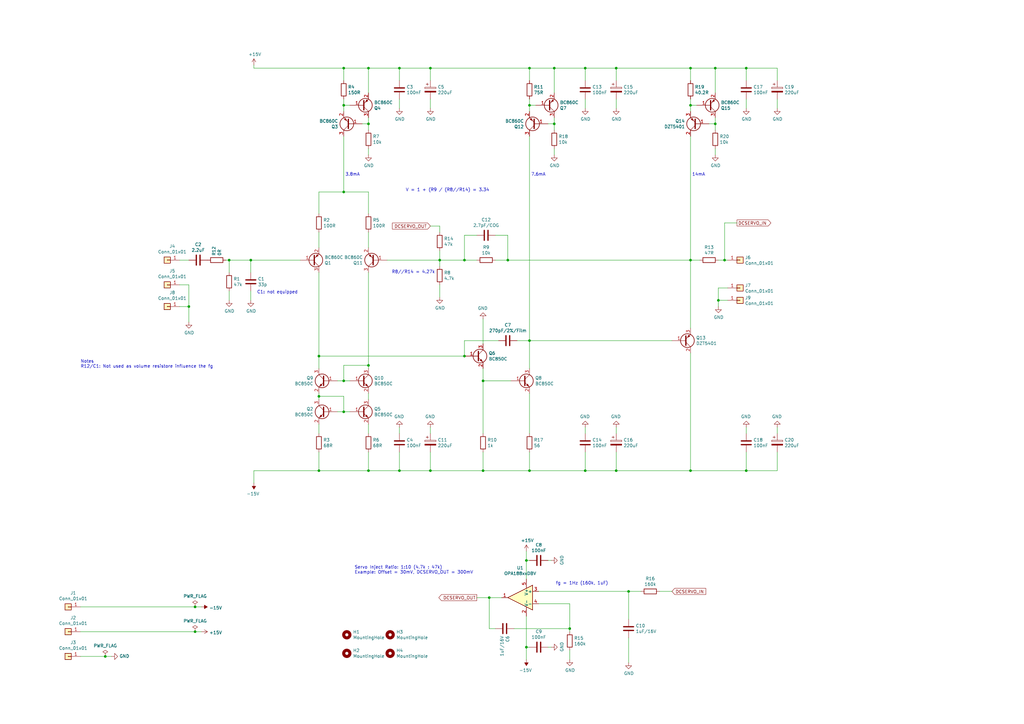
<source format=kicad_sch>
(kicad_sch (version 20211123) (generator eeschema)
  (paper "A3")
  (title_block (title "Discrete Pre-Amp") (date "2023-01-06") (rev "V9 BC850C/BC860C"))
  (lib_symbols
    (symbol "Amplifier_Operational:OPA188xxDBV" (pin_names (offset 0.127))
      (property "Reference" "U" (at 0 5.08 0))
      (property "Value" "OPA188xxDBV" (at 0 -5.08 0))
      (symbol "OPA188xxDBV_0_1"
        (polyline (pts (xy -5.08 5.08) (xy 5.08 0) (xy -5.08 -5.08) (xy -5.08 5.08)) (stroke (width 0.254)) (fill (type background)))
        (pin power_in line (at -2.54 -7.62 90) (length 3.81) (name "V-") (number "2"))
        (pin power_in line (at -2.54 7.62 270) (length 3.81) (name "V+") (number "5"))
      )
      (symbol "OPA188xxDBV_1_1"
        (pin output line (at 7.62 0 180) (length 2.54) (name "~") (number "1"))
        (pin input line (at -7.62 2.54 0) (length 2.54) (name "+") (number "3"))
        (pin input line (at -7.62 -2.54 0) (length 2.54) (name "-") (number "4"))
      )
    )
    (symbol "Connector_Generic:Conn_01x01" (pin_names (offset 1.016) hide)
      (property "Reference" "J" (at 0 2.54 0))
      (property "Value" "Conn_01x01" (at 0 -2.54 0))
      (symbol "Conn_01x01_1_1"
        (rectangle (start -1.27 0.127) (end 0 -0.127) (stroke (width 0.1524)))
        (rectangle (start -1.27 1.27) (end 1.27 -1.27) (stroke (width 0.254)) (fill (type background)))
        (pin passive line (at -5.08 0 0) (length 3.81) (name "Pin_1") (number "1"))
      )
    )
    (symbol "Device:C" (pin_numbers hide) (pin_names (offset 0.254))
      (property "Reference" "C" (at 0.635 2.54 0))
      (property "Value" "C" (at 0.635 -2.54 0))
      (symbol "C_0_1"
        (polyline (pts (xy -2.032 -0.762) (xy 2.032 -0.762)) (stroke (width 0.508)))
        (polyline (pts (xy -2.032 0.762) (xy 2.032 0.762)) (stroke (width 0.508)))
      )
      (symbol "C_1_1"
        (pin passive line (at 0 3.81 270) (length 2.794) (name "~") (number "1"))
        (pin passive line (at 0 -3.81 90) (length 2.794) (name "~") (number "2"))
      )
    )
    (symbol "Device:C_Polarized" (pin_numbers hide) (pin_names (offset 0.254))
      (property "Reference" "C" (at 0.635 2.54 0))
      (property "Value" "C_Polarized" (at 0.635 -2.54 0))
      (symbol "C_Polarized_0_1"
        (rectangle (start -2.286 0.508) (end 2.286 1.016))
        (polyline (pts (xy -1.778 2.286) (xy -0.762 2.286)))
        (polyline (pts (xy -1.27 2.794) (xy -1.27 1.778)))
        (rectangle (start 2.286 -0.508) (end -2.286 -1.016) (fill (type outline)))
      )
      (symbol "C_Polarized_1_1"
        (pin passive line (at 0 3.81 270) (length 2.794) (name "~") (number "1"))
        (pin passive line (at 0 -3.81 90) (length 2.794) (name "~") (number "2"))
      )
    )
    (symbol "Device:R" (pin_numbers hide) (pin_names (offset 0))
      (property "Reference" "R" (at 2.032 0 90))
      (property "Value" "R" (at 0 0 90))
      (symbol "R_0_1"
        (rectangle (start -1.016 -2.54) (end 1.016 2.54) (stroke (width 0.254)))
      )
      (symbol "R_1_1"
        (pin passive line (at 0 3.81 270) (length 1.27) (name "~") (number "1"))
        (pin passive line (at 0 -3.81 90) (length 1.27) (name "~") (number "2"))
      )
    )
    (symbol "Mechanical:MountingHole" (pin_names (offset 1.016))
      (property "Reference" "H" (at 0 5.08 0))
      (property "Value" "MountingHole" (at 0 3.175 0))
      (symbol "MountingHole_0_1"
        (circle (center 0 0) (radius 1.27) (stroke (width 1.27)))
      )
    )
    (symbol "Transistor_BJT:BC850" (pin_names (offset 0) hide)
      (property "Reference" "Q" (at 5.08 1.905 0))
      (property "Value" "BC850" (at 5.08 0 0))
      (symbol "BC850_0_1"
        (polyline (pts (xy 0.635 0.635) (xy 2.54 2.54)))
        (polyline (pts (xy 0.635 -0.635) (xy 2.54 -2.54) (xy 2.54 -2.54)))
        (polyline (pts (xy 0.635 1.905) (xy 0.635 -1.905) (xy 0.635 -1.905)) (stroke (width 0.508)))
        (polyline (pts (xy 1.27 -1.778) (xy 1.778 -1.27) (xy 2.286 -2.286) (xy 1.27 -1.778) (xy 1.27 -1.778)) (fill (type outline)))
        (circle (center 1.27 0) (radius 2.8194) (stroke (width 0.254)))
      )
      (symbol "BC850_1_1"
        (pin input line (at -5.08 0 0) (length 5.715) (name "B") (number "1"))
        (pin passive line (at 2.54 -5.08 90) (length 2.54) (name "E") (number "2"))
        (pin passive line (at 2.54 5.08 270) (length 2.54) (name "C") (number "3"))
      )
    )
    (symbol "Transistor_BJT:BC860" (pin_names (offset 0) hide)
      (property "Reference" "Q" (at 5.08 1.905 0))
      (property "Value" "BC860" (at 5.08 0 0))
      (symbol "BC860_0_1"
        (polyline (pts (xy 0.635 0.635) (xy 2.54 2.54)))
        (polyline (pts (xy 0.635 -0.635) (xy 2.54 -2.54) (xy 2.54 -2.54)))
        (polyline (pts (xy 0.635 1.905) (xy 0.635 -1.905) (xy 0.635 -1.905)) (stroke (width 0.508)))
        (polyline (pts (xy 2.286 -1.778) (xy 1.778 -2.286) (xy 1.27 -1.27) (xy 2.286 -1.778) (xy 2.286 -1.778)) (fill (type outline)))
        (circle (center 1.27 0) (radius 2.8194) (stroke (width 0.254)))
      )
      (symbol "BC860_1_1"
        (pin input line (at -5.08 0 0) (length 5.715) (name "B") (number "1"))
        (pin passive line (at 2.54 -5.08 90) (length 2.54) (name "E") (number "2"))
        (pin passive line (at 2.54 5.08 270) (length 2.54) (name "C") (number "3"))
      )
    )
    (symbol "kicad-snk:DZT5401" (pin_names (offset 0) hide)
      (property "Reference" "Q" (at 5.08 1.905 0))
      (property "Value" "kicad-snk_DZT5401" (at 5.08 0 0))
      (symbol "DZT5401_0_1"
        (polyline (pts (xy 0.635 0.635) (xy 2.54 2.54)))
        (polyline (pts (xy 0.635 -0.635) (xy 2.54 -2.54) (xy 2.54 -2.54)))
        (polyline (pts (xy 0.635 1.905) (xy 0.635 -1.905) (xy 0.635 -1.905)) (stroke (width 0.508)))
        (polyline (pts (xy 2.286 -1.778) (xy 1.778 -2.286) (xy 1.27 -1.27) (xy 2.286 -1.778) (xy 2.286 -1.778)) (fill (type outline)))
        (circle (center 1.27 0) (radius 2.8194) (stroke (width 0.254)))
      )
      (symbol "DZT5401_1_1"
        (pin input line (at -5.08 0 0) (length 5.715) (name "B") (number "1"))
        (pin passive line (at 2.54 5.08 270) (length 2.54) (name "C") (number "2"))
        (pin passive line (at 2.54 -5.08 90) (length 2.54) (name "E") (number "3"))
      )
    )
    (symbol "power:+15V" (power) (pin_names (offset 0))
      (property "Value" "+15V" (at 0 3.556 0))
      (symbol "+15V_0_1"
        (polyline (pts (xy -0.762 1.27) (xy 0 2.54)))
        (polyline (pts (xy 0 0) (xy 0 2.54)))
        (polyline (pts (xy 0 2.54) (xy 0.762 1.27)))
      )
      (symbol "+15V_1_1"
        (pin power_in line (at 0 0 90) (length 0) hide (name "+15V") (number "1"))
      )
    )
    (symbol "power:-15V" (power) (pin_names (offset 0))
      (property "Value" "-15V" (at 0 3.81 0))
      (symbol "-15V_0_0"
        (pin power_in line (at 0 0 90) (length 0) hide (name "-15V") (number "1"))
      )
      (symbol "-15V_0_1"
        (polyline (pts (xy 0 0) (xy 0 1.27) (xy 0.762 1.27) (xy 0 2.54) (xy -0.762 1.27) (xy 0 1.27)) (fill (type outline)))
      )
    )
    (symbol "power:GND" (power) (pin_names (offset 0))
      (property "Value" "GND" (at 0 -3.81 0))
      (symbol "GND_0_1"
        (polyline (pts (xy 0 0) (xy 0 -1.27) (xy 1.27 -1.27) (xy 0 -2.54) (xy -1.27 -1.27) (xy 0 -1.27)))
      )
      (symbol "GND_1_1"
        (pin power_in line (at 0 0 270) (length 0) hide (name "GND") (number "1"))
      )
    )
    (symbol "power:PWR_FLAG" (power) (pin_numbers hide) (pin_names (offset 0) hide)
      (property "Value" "PWR_FLAG" (at 0 3.81 0))
      (symbol "PWR_FLAG_0_0"
        (pin power_out line (at 0 0 90) (length 0) (name "pwr") (number "1"))
      )
      (symbol "PWR_FLAG_0_1"
        (polyline (pts (xy 0 0) (xy 0 1.27) (xy -1.016 1.905) (xy 0 2.54) (xy 1.016 1.905) (xy 0 1.27)))
      )
    )
  )
  (junction (at 140.97 43.18))
  (junction (at 163.83 193.04))
  (junction (at 140.97 168.91))
  (junction (at 80.01 248.92))
  (junction (at 140.97 156.21))
  (junction (at 227.33 27.94))
  (junction (at 151.13 149.86))
  (junction (at 80.01 259.08))
  (junction (at 294.64 123.19))
  (junction (at 227.33 50.8))
  (junction (at 293.37 50.8))
  (junction (at 102.87 106.68))
  (junction (at 130.81 162.56))
  (junction (at 93.98 106.68))
  (junction (at 198.12 156.21))
  (junction (at 297.18 106.68))
  (junction (at 140.97 27.94))
  (junction (at 176.53 27.94))
  (junction (at 283.21 106.68))
  (junction (at 217.17 193.04))
  (junction (at 198.12 193.04))
  (junction (at 240.03 193.04))
  (junction (at 293.37 27.94))
  (junction (at 151.13 193.04))
  (junction (at 217.17 139.7))
  (junction (at 163.83 27.94))
  (junction (at 190.5 106.68))
  (junction (at 252.73 193.04))
  (junction (at 240.03 27.94))
  (junction (at 208.28 106.68))
  (junction (at 215.9 265.43))
  (junction (at 130.81 193.04))
  (junction (at 215.9 229.87))
  (junction (at 77.47 125.73))
  (junction (at 233.68 257.81))
  (junction (at 151.13 27.94))
  (junction (at 283.21 27.94))
  (junction (at 140.97 78.74))
  (junction (at 130.81 146.05))
  (junction (at 43.18 269.24))
  (junction (at 151.13 50.8))
  (junction (at 257.81 242.57))
  (junction (at 217.17 27.94))
  (junction (at 200.66 245.11))
  (junction (at 306.07 193.04))
  (junction (at 176.53 193.04))
  (junction (at 190.5 146.05))
  (junction (at 217.17 43.18))
  (junction (at 252.73 27.94))
  (junction (at 306.07 27.94))
  (junction (at 283.21 193.04))
  (junction (at 283.21 43.18))
  (junction (at 180.34 106.68))
  (wire (pts (xy 298.45 106.68) (xy 297.18 106.68)))
  (wire (pts (xy 33.02 259.08) (xy 80.01 259.08)))
  (wire (pts (xy 190.5 139.7) (xy 204.47 139.7)))
  (wire (pts (xy 77.47 116.84) (xy 77.47 125.73)))
  (wire (pts (xy 302.26 91.44) (xy 297.18 91.44)))
  (wire (pts (xy 212.09 139.7) (xy 217.17 139.7)))
  (wire (pts (xy 233.68 266.7) (xy 233.68 270.51)))
  (wire (pts (xy 190.5 96.52) (xy 190.5 106.68)))
  (wire (pts (xy 252.73 177.8) (xy 252.73 175.26)))
  (wire (pts (xy 203.2 257.81) (xy 200.66 257.81)))
  (wire (pts (xy 217.17 185.42) (xy 217.17 193.04)))
  (wire (pts (xy 163.83 27.94) (xy 176.53 27.94)))
  (wire (pts (xy 176.53 40.64) (xy 176.53 44.45)))
  (wire (pts (xy 130.81 193.04) (xy 130.81 185.42)))
  (wire (pts (xy 130.81 146.05) (xy 130.81 151.13)))
  (wire (pts (xy 283.21 55.88) (xy 283.21 106.68)))
  (wire (pts (xy 298.45 118.11) (xy 294.64 118.11)))
  (wire (pts (xy 227.33 60.96) (xy 227.33 63.5)))
  (wire (pts (xy 198.12 151.13) (xy 198.12 156.21)))
  (wire (pts (xy 104.14 27.94) (xy 140.97 27.94)))
  (wire (pts (xy 240.03 193.04) (xy 240.03 185.42)))
  (wire (pts (xy 227.33 27.94) (xy 240.03 27.94)))
  (wire (pts (xy 73.66 125.73) (xy 77.47 125.73)))
  (wire (pts (xy 217.17 229.87) (xy 215.9 229.87)))
  (wire (pts (xy 233.68 259.08) (xy 233.68 257.81)))
  (wire (pts (xy 195.58 245.11) (xy 200.66 245.11)))
  (wire (pts (xy 217.17 27.94) (xy 217.17 33.02)))
  (wire (pts (xy 217.17 43.18) (xy 219.71 43.18)))
  (wire (pts (xy 252.73 33.02) (xy 252.73 27.94)))
  (wire (pts (xy 151.13 193.04) (xy 130.81 193.04)))
  (wire (pts (xy 140.97 78.74) (xy 130.81 78.74)))
  (wire (pts (xy 217.17 27.94) (xy 227.33 27.94)))
  (wire (pts (xy 293.37 27.94) (xy 293.37 38.1)))
  (wire (pts (xy 138.43 168.91) (xy 140.97 168.91)))
  (wire (pts (xy 198.12 193.04) (xy 217.17 193.04)))
  (wire (pts (xy 151.13 78.74) (xy 140.97 78.74)))
  (wire (pts (xy 270.51 242.57) (xy 275.59 242.57)))
  (wire (pts (xy 240.03 27.94) (xy 252.73 27.94)))
  (wire (pts (xy 130.81 177.8) (xy 130.81 173.99)))
  (wire (pts (xy 220.98 242.57) (xy 257.81 242.57)))
  (wire (pts (xy 293.37 27.94) (xy 306.07 27.94)))
  (wire (pts (xy 140.97 27.94) (xy 151.13 27.94)))
  (wire (pts (xy 180.34 106.68) (xy 190.5 106.68)))
  (wire (pts (xy 138.43 156.21) (xy 140.97 156.21)))
  (wire (pts (xy 151.13 27.94) (xy 151.13 38.1)))
  (wire (pts (xy 210.82 257.81) (xy 233.68 257.81)))
  (wire (pts (xy 240.03 177.8) (xy 240.03 175.26)))
  (wire (pts (xy 140.97 156.21) (xy 143.51 156.21)))
  (wire (pts (xy 104.14 198.12) (xy 104.14 193.04)))
  (wire (pts (xy 102.87 111.76) (xy 102.87 106.68)))
  (wire (pts (xy 293.37 60.96) (xy 293.37 63.5)))
  (wire (pts (xy 140.97 43.18) (xy 140.97 45.72)))
  (wire (pts (xy 73.66 106.68) (xy 77.47 106.68)))
  (wire (pts (xy 151.13 87.63) (xy 151.13 78.74)))
  (wire (pts (xy 290.83 50.8) (xy 293.37 50.8)))
  (wire (pts (xy 283.21 27.94) (xy 283.21 33.02)))
  (wire (pts (xy 158.75 106.68) (xy 180.34 106.68)))
  (wire (pts (xy 77.47 116.84) (xy 73.66 116.84)))
  (wire (pts (xy 140.97 43.18) (xy 143.51 43.18)))
  (wire (pts (xy 151.13 161.29) (xy 151.13 163.83)))
  (wire (pts (xy 163.83 193.04) (xy 176.53 193.04)))
  (wire (pts (xy 227.33 48.26) (xy 227.33 50.8)))
  (wire (pts (xy 306.07 177.8) (xy 306.07 175.26)))
  (wire (pts (xy 217.17 193.04) (xy 240.03 193.04)))
  (wire (pts (xy 130.81 162.56) (xy 140.97 162.56)))
  (wire (pts (xy 306.07 193.04) (xy 306.07 185.42)))
  (wire (pts (xy 209.55 156.21) (xy 198.12 156.21)))
  (wire (pts (xy 151.13 27.94) (xy 163.83 27.94)))
  (wire (pts (xy 217.17 151.13) (xy 217.17 139.7)))
  (wire (pts (xy 198.12 140.97) (xy 198.12 130.81)))
  (wire (pts (xy 176.53 193.04) (xy 176.53 185.42)))
  (wire (pts (xy 283.21 106.68) (xy 283.21 134.62)))
  (wire (pts (xy 215.9 265.43) (xy 215.9 270.51)))
  (wire (pts (xy 93.98 123.19) (xy 93.98 119.38)))
  (wire (pts (xy 151.13 149.86) (xy 151.13 151.13)))
  (wire (pts (xy 318.77 177.8) (xy 318.77 175.26)))
  (wire (pts (xy 318.77 40.64) (xy 318.77 44.45)))
  (wire (pts (xy 200.66 257.81) (xy 200.66 245.11)))
  (wire (pts (xy 151.13 193.04) (xy 163.83 193.04)))
  (wire (pts (xy 297.18 91.44) (xy 297.18 106.68)))
  (wire (pts (xy 227.33 50.8) (xy 227.33 53.34)))
  (wire (pts (xy 180.34 109.22) (xy 180.34 106.68)))
  (wire (pts (xy 163.83 33.02) (xy 163.83 27.94)))
  (wire (pts (xy 93.98 106.68) (xy 102.87 106.68)))
  (wire (pts (xy 130.81 78.74) (xy 130.81 87.63)))
  (wire (pts (xy 224.79 50.8) (xy 227.33 50.8)))
  (wire (pts (xy 283.21 193.04) (xy 306.07 193.04)))
  (wire (pts (xy 217.17 139.7) (xy 275.59 139.7)))
  (wire (pts (xy 318.77 27.94) (xy 306.07 27.94)))
  (wire (pts (xy 215.9 252.73) (xy 215.9 265.43)))
  (wire (pts (xy 252.73 193.04) (xy 240.03 193.04)))
  (wire (pts (xy 163.83 177.8) (xy 163.83 175.26)))
  (wire (pts (xy 140.97 40.64) (xy 140.97 43.18)))
  (wire (pts (xy 226.06 265.43) (xy 224.79 265.43)))
  (wire (pts (xy 226.06 229.87) (xy 224.79 229.87)))
  (wire (pts (xy 102.87 106.68) (xy 123.19 106.68)))
  (wire (pts (xy 240.03 33.02) (xy 240.03 27.94)))
  (wire (pts (xy 151.13 111.76) (xy 151.13 149.86)))
  (wire (pts (xy 190.5 96.52) (xy 195.58 96.52)))
  (wire (pts (xy 217.17 43.18) (xy 217.17 45.72)))
  (wire (pts (xy 180.34 95.25) (xy 180.34 92.71)))
  (wire (pts (xy 217.17 161.29) (xy 217.17 177.8)))
  (wire (pts (xy 306.07 33.02) (xy 306.07 27.94)))
  (wire (pts (xy 252.73 40.64) (xy 252.73 44.45)))
  (wire (pts (xy 287.02 106.68) (xy 283.21 106.68)))
  (wire (pts (xy 293.37 48.26) (xy 293.37 50.8)))
  (wire (pts (xy 198.12 156.21) (xy 198.12 177.8)))
  (wire (pts (xy 180.34 116.84) (xy 180.34 121.92)))
  (wire (pts (xy 318.77 33.02) (xy 318.77 27.94)))
  (wire (pts (xy 176.53 27.94) (xy 217.17 27.94)))
  (wire (pts (xy 198.12 185.42) (xy 198.12 193.04)))
  (wire (pts (xy 293.37 50.8) (xy 293.37 53.34)))
  (wire (pts (xy 140.97 162.56) (xy 140.97 168.91)))
  (wire (pts (xy 252.73 193.04) (xy 252.73 185.42)))
  (wire (pts (xy 298.45 123.19) (xy 294.64 123.19)))
  (wire (pts (xy 180.34 102.87) (xy 180.34 106.68)))
  (wire (pts (xy 140.97 27.94) (xy 140.97 33.02)))
  (wire (pts (xy 283.21 40.64) (xy 283.21 43.18)))
  (wire (pts (xy 163.83 193.04) (xy 163.83 185.42)))
  (wire (pts (xy 180.34 92.71) (xy 176.53 92.71)))
  (wire (pts (xy 43.18 269.24) (xy 45.72 269.24)))
  (wire (pts (xy 208.28 106.68) (xy 283.21 106.68)))
  (wire (pts (xy 283.21 144.78) (xy 283.21 193.04)))
  (wire (pts (xy 151.13 101.6) (xy 151.13 95.25)))
  (wire (pts (xy 102.87 123.19) (xy 102.87 119.38)))
  (wire (pts (xy 77.47 125.73) (xy 77.47 132.08)))
  (wire (pts (xy 130.81 101.6) (xy 130.81 95.25)))
  (wire (pts (xy 151.13 185.42) (xy 151.13 193.04)))
  (wire (pts (xy 318.77 193.04) (xy 306.07 193.04)))
  (wire (pts (xy 176.53 177.8) (xy 176.53 175.26)))
  (wire (pts (xy 233.68 257.81) (xy 233.68 247.65)))
  (wire (pts (xy 318.77 193.04) (xy 318.77 185.42)))
  (wire (pts (xy 104.14 27.94) (xy 104.14 26.67)))
  (wire (pts (xy 130.81 111.76) (xy 130.81 146.05)))
  (wire (pts (xy 151.13 50.8) (xy 151.13 53.34)))
  (wire (pts (xy 130.81 162.56) (xy 130.81 163.83)))
  (wire (pts (xy 217.17 55.88) (xy 217.17 139.7)))
  (wire (pts (xy 80.01 259.08) (xy 82.55 259.08)))
  (wire (pts (xy 252.73 27.94) (xy 283.21 27.94)))
  (wire (pts (xy 257.81 254) (xy 257.81 242.57)))
  (wire (pts (xy 306.07 44.45) (xy 306.07 40.64)))
  (wire (pts (xy 215.9 226.06) (xy 215.9 229.87)))
  (wire (pts (xy 93.98 111.76) (xy 93.98 106.68)))
  (wire (pts (xy 208.28 96.52) (xy 208.28 106.68)))
  (wire (pts (xy 130.81 146.05) (xy 190.5 146.05)))
  (wire (pts (xy 33.02 269.24) (xy 43.18 269.24)))
  (wire (pts (xy 130.81 161.29) (xy 130.81 162.56)))
  (wire (pts (xy 233.68 247.65) (xy 220.98 247.65)))
  (wire (pts (xy 203.2 96.52) (xy 208.28 96.52)))
  (wire (pts (xy 283.21 27.94) (xy 293.37 27.94)))
  (wire (pts (xy 163.83 44.45) (xy 163.83 40.64)))
  (wire (pts (xy 217.17 265.43) (xy 215.9 265.43)))
  (wire (pts (xy 203.2 106.68) (xy 208.28 106.68)))
  (wire (pts (xy 190.5 139.7) (xy 190.5 146.05)))
  (wire (pts (xy 257.81 242.57) (xy 262.89 242.57)))
  (wire (pts (xy 294.64 118.11) (xy 294.64 123.19)))
  (wire (pts (xy 151.13 48.26) (xy 151.13 50.8)))
  (wire (pts (xy 140.97 55.88) (xy 140.97 78.74)))
  (wire (pts (xy 252.73 193.04) (xy 283.21 193.04)))
  (wire (pts (xy 217.17 40.64) (xy 217.17 43.18)))
  (wire (pts (xy 140.97 156.21) (xy 140.97 149.86)))
  (wire (pts (xy 151.13 177.8) (xy 151.13 173.99)))
  (wire (pts (xy 227.33 27.94) (xy 227.33 38.1)))
  (wire (pts (xy 215.9 229.87) (xy 215.9 237.49)))
  (wire (pts (xy 33.02 248.92) (xy 80.01 248.92)))
  (wire (pts (xy 140.97 149.86) (xy 151.13 149.86)))
  (wire (pts (xy 176.53 193.04) (xy 198.12 193.04)))
  (wire (pts (xy 283.21 43.18) (xy 283.21 45.72)))
  (wire (pts (xy 240.03 44.45) (xy 240.03 40.64)))
  (wire (pts (xy 140.97 168.91) (xy 143.51 168.91)))
  (wire (pts (xy 297.18 106.68) (xy 294.64 106.68)))
  (wire (pts (xy 294.64 123.19) (xy 294.64 125.73)))
  (wire (pts (xy 200.66 245.11) (xy 205.74 245.11)))
  (wire (pts (xy 283.21 43.18) (xy 285.75 43.18)))
  (wire (pts (xy 80.01 248.92) (xy 82.55 248.92)))
  (wire (pts (xy 92.71 106.68) (xy 93.98 106.68)))
  (wire (pts (xy 190.5 106.68) (xy 195.58 106.68)))
  (wire (pts (xy 176.53 33.02) (xy 176.53 27.94)))
  (wire (pts (xy 104.14 193.04) (xy 130.81 193.04)))
  (wire (pts (xy 257.81 271.78) (xy 257.81 261.62)))
  (wire (pts (xy 151.13 60.96) (xy 151.13 63.5)))
  (wire (pts (xy 148.59 50.8) (xy 151.13 50.8)))
  (text "fg = 1Hz (160k, 1uF)" (at 227.965 240.03 0) (effects (font (size 1.27 1.27)) (justify left bottom)))
  (text "R8//R14 = 4.27k" (at 160.655 112.395 0) (effects (font (size 1.27 1.27)) (justify left bottom)))
  (text "Notes\nR12/C1: Not used as volume resistore influence the fg" (at 33.02 151.13 0) (effects (font (size 1.27 1.27)) (justify left bottom)))
  (text "14mA" (at 283.845 72.39 0) (effects (font (size 1.27 1.27)) (justify left bottom)))
  (text "3.8mA" (at 141.605 72.39 0) (effects (font (size 1.27 1.27)) (justify left bottom)))
  (text "V = 1 + (R9 / (R8//R14) = 3.34" (at 166.37 78.74 0) (effects (font (size 1.27 1.27)) (justify left bottom)))
  (text "Servo Inject Ratio: 1:10 (4.7k : 47k)\nExample: Offset = 30mV, DCSERVO_OUT = 300mV" (at 145.415 235.585 0) (effects (font (size 1.27 1.27)) (justify left bottom)))
  (text "C1: not equipped" (at 105.41 120.65 0) (effects (font (size 1.27 1.27)) (justify left bottom)))
  (text "7.6mA" (at 217.805 72.39 0) (effects (font (size 1.27 1.27)) (justify left bottom)))
  (global_label "DCSERVO_IN" (shape output) (at 302.26 91.44 0) (property "Intersheet References" "${INTERSHEET_REFS}" (effects hide)))
  (global_label "DCSERVO_IN" (shape input) (at 275.59 242.57 0) (property "Intersheet References" "${INTERSHEET_REFS}" (effects hide)))
  (global_label "DCSERVO_OUT" (shape output) (at 195.58 245.11 180) (property "Intersheet References" "${INTERSHEET_REFS}" (effects hide)))
  (global_label "DCSERVO_OUT" (shape input) (at 176.53 92.71 180) (property "Intersheet References" "${INTERSHEET_REFS}" (effects hide)))
  (symbol (lib_id "Device:R") (at 151.13 181.61 0) (unit 1)
    (property "Reference" "R6" (at 152.908 180.4416 0) (effects (justify left)))
    (property "Value" "68R" (at 152.908 182.753 0) (effects (justify left)))
    (property "Footprint" "Resistor_SMD:R_0805_2012Metric_Pad1.20x1.40mm_HandSolder" (effects hide))
  )
  (symbol (lib_id "Device:C") (at 81.28 106.68 270) (unit 1)
    (property "Reference" "C2" (at 81.28 100.2792 90))
    (property "Value" "2.2uF" (at 81.28 102.5906 90))
    (property "Footprint" "Capacitor_THT:C_Rect_L7.2mm_W7.2mm_P5.00mm_FKS2_FKP2_MKS2_MKP2" (effects hide))
  )
  (symbol (lib_id "power:GND") (at 93.98 123.19 0) (unit 1)
    (property "Reference" "#PWR09" (effects hide))
    (property "Value" "GND" (at 94.107 127.5842 0))
  )
  (symbol (lib_id "Device:R") (at 130.81 181.61 0) (unit 1)
    (property "Reference" "R3" (at 132.588 180.4416 0) (effects (justify left)))
    (property "Value" "68R" (at 132.588 182.753 0) (effects (justify left)))
    (property "Footprint" "Resistor_SMD:R_0805_2012Metric_Pad1.20x1.40mm_HandSolder" (effects hide))
  )
  (symbol (lib_id "Device:R") (at 93.98 115.57 0) (unit 1)
    (property "Reference" "R1" (at 95.758 114.4016 0) (effects (justify left)))
    (property "Value" "47k" (at 95.758 116.713 0) (effects (justify left)))
    (property "Footprint" "Resistor_SMD:R_0805_2012Metric_Pad1.20x1.40mm_HandSolder" (effects hide))
  )
  (symbol (lib_id "Device:R") (at 180.34 113.03 0) (unit 1)
    (property "Reference" "R8" (at 182.118 111.8616 0) (effects (justify left)))
    (property "Value" "4.7k" (at 182.118 114.173 0) (effects (justify left)))
    (property "Footprint" "Resistor_SMD:R_0805_2012Metric_Pad1.20x1.40mm_HandSolder" (effects hide))
  )
  (symbol (lib_id "Device:R") (at 199.39 106.68 270) (unit 1)
    (property "Reference" "R9" (at 199.39 101.4222 90))
    (property "Value" "10k" (at 199.39 103.7336 90))
    (property "Footprint" "Resistor_SMD:R_0805_2012Metric_Pad1.20x1.40mm_HandSolder" (effects hide))
  )
  (symbol (lib_id "Device:R") (at 130.81 91.44 0) (unit 1)
    (property "Reference" "R2" (at 132.588 90.2716 0) (effects (justify left)))
    (property "Value" "100R" (at 132.588 92.583 0) (effects (justify left)))
    (property "Footprint" "Resistor_SMD:R_0805_2012Metric_Pad1.20x1.40mm_HandSolder" (effects hide))
  )
  (symbol (lib_id "Device:R") (at 151.13 91.44 0) (unit 1)
    (property "Reference" "R5" (at 152.908 90.2716 0) (effects (justify left)))
    (property "Value" "100R" (at 152.908 92.583 0) (effects (justify left)))
    (property "Footprint" "Resistor_SMD:R_0805_2012Metric_Pad1.20x1.40mm_HandSolder" (effects hide))
  )
  (symbol (lib_id "Transistor_BJT:BC860") (at 224.79 43.18 0) (mirror x) (unit 1)
    (property "Reference" "Q7" (at 229.6414 44.3484 0) (effects (justify left)))
    (property "Value" "BC860C" (at 229.6414 42.037 0) (effects (justify left)))
    (property "Footprint" "Package_TO_SOT_SMD:SOT-23" (effects hide))
    (property "Datasheet" "http://www.infineon.com/dgdl/Infineon-BC857SERIES_BC858SERIES_BC859SERIES_BC860SERIES-DS-v01_01-en.pdf?fileId=db3a304314dca389011541da0e3a1661" (effects hide))
  )
  (symbol (lib_id "Device:R") (at 217.17 36.83 0) (unit 1)
    (property "Reference" "R11" (at 218.948 35.6616 0) (effects (justify left)))
    (property "Value" "75R" (at 218.948 37.973 0) (effects (justify left)))
    (property "Footprint" "Resistor_SMD:R_0805_2012Metric_Pad1.20x1.40mm_HandSolder" (effects hide))
  )
  (symbol (lib_id "Transistor_BJT:BC850") (at 195.58 146.05 0) (unit 1)
    (property "Reference" "Q6" (at 200.4314 144.8816 0) (effects (justify left)))
    (property "Value" "BC850C" (at 200.4314 147.193 0) (effects (justify left)))
    (property "Footprint" "Package_TO_SOT_SMD:SOT-23" (effects hide))
    (property "Datasheet" "http://www.infineon.com/dgdl/Infineon-BC847SERIES_BC848SERIES_BC849SERIES_BC850SERIES-DS-v01_01-en.pdf?fileId=db3a304314dca389011541d4630a1657" (effects hide))
  )
  (symbol (lib_id "Transistor_BJT:BC850") (at 214.63 156.21 0) (unit 1)
    (property "Reference" "Q8" (at 219.4814 155.0416 0) (effects (justify left)))
    (property "Value" "BC850C" (at 219.4814 157.353 0) (effects (justify left)))
    (property "Footprint" "Package_TO_SOT_SMD:SOT-23" (effects hide))
    (property "Datasheet" "http://www.infineon.com/dgdl/Infineon-BC847SERIES_BC848SERIES_BC849SERIES_BC850SERIES-DS-v01_01-en.pdf?fileId=db3a304314dca389011541d4630a1657" (effects hide))
  )
  (symbol (lib_id "Device:R") (at 198.12 181.61 0) (unit 1)
    (property "Reference" "R10" (at 199.898 180.4416 0) (effects (justify left)))
    (property "Value" "1k" (at 199.898 182.753 0) (effects (justify left)))
    (property "Footprint" "Resistor_SMD:R_0805_2012Metric_Pad1.20x1.40mm_HandSolder" (effects hide))
  )
  (symbol (lib_id "power:GND") (at 180.34 121.92 0) (unit 1)
    (property "Reference" "#PWR013" (effects hide))
    (property "Value" "GND" (at 180.467 126.3142 0))
  )
  (symbol (lib_id "Device:C") (at 208.28 139.7 270) (unit 1)
    (property "Reference" "C7" (at 208.28 133.2992 90))
    (property "Value" "270pF/2%/Film" (at 208.28 135.6106 90))
    (property "Footprint" "Capacitor_SMD:C_0805_2012Metric_Pad1.18x1.45mm_HandSolder" (effects hide))
  )
  (symbol (lib_id "power:GND") (at 198.12 130.81 180) (unit 1)
    (property "Reference" "#PWR014" (effects hide))
    (property "Value" "GND" (at 197.993 126.4158 0))
  )
  (symbol (lib_id "power:GND") (at 77.47 132.08 0) (unit 1)
    (property "Reference" "#PWR04" (effects hide))
    (property "Value" "GND" (at 77.597 136.4742 0))
  )
  (symbol (lib_id "Mechanical:MountingHole") (at 142.24 260.35 0) (unit 1)
    (property "Reference" "H1" (at 144.78 259.1816 0) (effects (justify left)))
    (property "Value" "MountingHole" (at 144.78 261.493 0) (effects (justify left)))
    (property "Footprint" "MountingHole:MountingHole_3.2mm_M3" (effects hide))
  )
  (symbol (lib_id "Mechanical:MountingHole") (at 160.02 260.35 0) (unit 1)
    (property "Reference" "H3" (at 162.56 259.1816 0) (effects (justify left)))
    (property "Value" "MountingHole" (at 162.56 261.493 0) (effects (justify left)))
    (property "Footprint" "MountingHole:MountingHole_3.2mm_M3" (effects hide))
  )
  (symbol (lib_id "Mechanical:MountingHole") (at 142.24 267.97 0) (unit 1)
    (property "Reference" "H2" (at 144.78 266.8016 0) (effects (justify left)))
    (property "Value" "MountingHole" (at 144.78 269.113 0) (effects (justify left)))
    (property "Footprint" "MountingHole:MountingHole_3.2mm_M3" (effects hide))
  )
  (symbol (lib_id "Mechanical:MountingHole") (at 160.02 267.97 0) (unit 1)
    (property "Reference" "H4" (at 162.56 266.8016 0) (effects (justify left)))
    (property "Value" "MountingHole" (at 162.56 269.113 0) (effects (justify left)))
    (property "Footprint" "MountingHole:MountingHole_3.2mm_M3" (effects hide))
  )
  (symbol (lib_id "Connector_Generic:Conn_01x01") (at 68.58 106.68 180) (unit 1)
    (property "Reference" "J4" (at 70.6628 100.965 0))
    (property "Value" "Conn_01x01" (at 70.6628 103.2764 0))
    (property "Footprint" "Connector_Pin:Pin_D1.0mm_L10.0mm" (effects hide))
  )
  (symbol (lib_id "Connector_Generic:Conn_01x01") (at 68.58 116.84 180) (unit 1)
    (property "Reference" "J5" (at 70.6628 111.125 0))
    (property "Value" "Conn_01x01" (at 70.6628 113.4364 0))
    (property "Footprint" "Connector_Pin:Pin_D1.0mm_L10.0mm" (effects hide))
  )
  (symbol (lib_id "power:+15V") (at 104.14 26.67 0) (unit 1)
    (property "Reference" "#PWR05" (effects hide))
    (property "Value" "+15V" (at 104.521 22.2758 0))
  )
  (symbol (lib_id "power:-15V") (at 104.14 198.12 180) (unit 1)
    (property "Reference" "#PWR08" (effects hide))
    (property "Value" "-15V" (at 103.759 202.5142 0))
  )
  (symbol (lib_id "Connector_Generic:Conn_01x01") (at 303.53 106.68 0) (unit 1)
    (property "Reference" "J6" (at 305.562 105.6132 0) (effects (justify left)))
    (property "Value" "Conn_01x01" (at 305.562 107.9246 0) (effects (justify left)))
    (property "Footprint" "Connector_Pin:Pin_D1.0mm_L10.0mm" (effects hide))
  )
  (symbol (lib_id "Connector_Generic:Conn_01x01") (at 303.53 118.11 0) (unit 1)
    (property "Reference" "J7" (at 305.562 117.0432 0) (effects (justify left)))
    (property "Value" "Conn_01x01" (at 305.562 119.3546 0) (effects (justify left)))
    (property "Footprint" "Connector_Pin:Pin_D1.0mm_L10.0mm" (effects hide))
  )
  (symbol (lib_id "Device:R") (at 290.83 106.68 270) (unit 1)
    (property "Reference" "R13" (at 290.83 101.4222 90))
    (property "Value" "47R" (at 290.83 103.7336 90))
    (property "Footprint" "Resistor_SMD:R_0805_2012Metric_Pad1.20x1.40mm_HandSolder" (effects hide))
  )
  (symbol (lib_id "power:GND") (at 294.64 125.73 0) (unit 1)
    (property "Reference" "#PWR015" (effects hide))
    (property "Value" "GND" (at 294.767 130.1242 0))
  )
  (symbol (lib_id "Connector_Generic:Conn_01x01") (at 27.94 259.08 180) (unit 1)
    (property "Reference" "J2" (at 30.0228 253.365 0))
    (property "Value" "Conn_01x01" (at 30.0228 255.6764 0))
    (property "Footprint" "Connector_Pin:Pin_D1.0mm_L10.0mm" (effects hide))
  )
  (symbol (lib_id "Connector_Generic:Conn_01x01") (at 27.94 269.24 180) (unit 1)
    (property "Reference" "J3" (at 30.0228 263.525 0))
    (property "Value" "Conn_01x01" (at 30.0228 265.8364 0))
    (property "Footprint" "Connector_Pin:Pin_D1.0mm_L10.0mm" (effects hide))
  )
  (symbol (lib_id "Connector_Generic:Conn_01x01") (at 27.94 248.92 180) (unit 1)
    (property "Reference" "J1" (at 30.0228 243.205 0))
    (property "Value" "Conn_01x01" (at 30.0228 245.5164 0))
    (property "Footprint" "Connector_Pin:Pin_D1.0mm_L10.0mm" (effects hide))
  )
  (symbol (lib_id "power:GND") (at 45.72 269.24 90) (unit 1)
    (property "Reference" "#PWR0101" (effects hide))
    (property "Value" "GND" (at 48.9712 269.113 90) (effects (justify right)))
  )
  (symbol (lib_id "power:+15V") (at 82.55 259.08 270) (unit 1)
    (property "Reference" "#PWR0102" (effects hide))
    (property "Value" "+15V" (at 85.8012 259.461 90) (effects (justify left)))
  )
  (symbol (lib_id "power:-15V") (at 82.55 248.92 270) (unit 1)
    (property "Reference" "#PWR0103" (effects hide))
    (property "Value" "-15V" (at 85.8012 249.301 90) (effects (justify left)))
  )
  (symbol (lib_id "power:PWR_FLAG") (at 43.18 269.24 0) (unit 1)
    (property "Reference" "#FLG0101" (effects hide))
    (property "Value" "PWR_FLAG" (at 43.18 264.8458 0))
  )
  (symbol (lib_id "power:PWR_FLAG") (at 80.01 248.92 0) (unit 1)
    (property "Reference" "#FLG0102" (effects hide))
    (property "Value" "PWR_FLAG" (at 80.01 244.5258 0))
  )
  (symbol (lib_id "power:PWR_FLAG") (at 80.01 259.08 0) (unit 1)
    (property "Reference" "#FLG0103" (effects hide))
    (property "Value" "PWR_FLAG" (at 80.01 254.6858 0))
  )
  (symbol (lib_id "Transistor_BJT:BC860") (at 143.51 50.8 180) (unit 1)
    (property "Reference" "Q3" (at 138.6586 51.9684 0) (effects (justify left)))
    (property "Value" "BC860C" (at 138.6586 49.657 0) (effects (justify left)))
    (property "Footprint" "Package_TO_SOT_SMD:SOT-23" (effects hide))
    (property "Datasheet" "http://www.infineon.com/dgdl/Infineon-BC857SERIES_BC858SERIES_BC859SERIES_BC860SERIES-DS-v01_01-en.pdf?fileId=db3a304314dca389011541da0e3a1661" (effects hide))
  )
  (symbol (lib_id "Transistor_BJT:BC860") (at 148.59 43.18 0) (mirror x) (unit 1)
    (property "Reference" "Q4" (at 153.4414 44.3484 0) (effects (justify left)))
    (property "Value" "BC860C" (at 153.4414 42.037 0) (effects (justify left)))
    (property "Footprint" "Package_TO_SOT_SMD:SOT-23" (effects hide))
    (property "Datasheet" "http://www.infineon.com/dgdl/Infineon-BC857SERIES_BC858SERIES_BC859SERIES_BC860SERIES-DS-v01_01-en.pdf?fileId=db3a304314dca389011541da0e3a1661" (effects hide))
  )
  (symbol (lib_id "Device:R") (at 266.7 242.57 270) (unit 1)
    (property "Reference" "R16" (at 266.7 237.3122 90))
    (property "Value" "160k" (at 266.7 239.6236 90))
    (property "Footprint" "Resistor_SMD:R_0805_2012Metric_Pad1.20x1.40mm_HandSolder" (effects hide))
  )
  (symbol (lib_id "Device:C") (at 257.81 257.81 180) (unit 1)
    (property "Reference" "C10" (at 260.731 256.6416 0) (effects (justify right)))
    (property "Value" "1uF/16V" (at 260.731 258.953 0) (effects (justify right)))
    (property "Footprint" "Capacitor_SMD:C_1210_3225Metric_Pad1.33x2.70mm_HandSolder" (effects hide))
  )
  (symbol (lib_id "Device:R") (at 233.68 262.89 0) (unit 1)
    (property "Reference" "R15" (at 235.458 261.7216 0) (effects (justify left)))
    (property "Value" "160k" (at 235.458 264.033 0) (effects (justify left)))
    (property "Footprint" "Resistor_SMD:R_0805_2012Metric_Pad1.20x1.40mm_HandSolder" (effects hide))
  )
  (symbol (lib_id "Device:C") (at 207.01 257.81 90) (unit 1)
    (property "Reference" "C6" (at 208.1784 260.731 0) (effects (justify right)))
    (property "Value" "1uF/16V" (at 205.867 260.731 0) (effects (justify right)))
    (property "Footprint" "Capacitor_SMD:C_1210_3225Metric_Pad1.33x2.70mm_HandSolder" (effects hide))
  )
  (symbol (lib_id "Device:C") (at 220.98 229.87 270) (unit 1)
    (property "Reference" "C8" (at 220.98 223.4692 90))
    (property "Value" "100nF" (at 220.98 225.7806 90))
    (property "Footprint" "Capacitor_SMD:C_0603_1608Metric_Pad1.08x0.95mm_HandSolder" (effects hide))
  )
  (symbol (lib_id "power:+15V") (at 215.9 226.06 0) (unit 1)
    (property "Reference" "#PWR0104" (effects hide))
    (property "Value" "+15V" (at 216.281 221.6658 0))
  )
  (symbol (lib_id "power:-15V") (at 215.9 270.51 180) (unit 1)
    (property "Reference" "#PWR0105" (effects hide))
    (property "Value" "-15V" (at 215.519 274.9042 0))
  )
  (symbol (lib_id "Device:C") (at 220.98 265.43 270) (unit 1)
    (property "Reference" "C9" (at 220.98 259.0292 90))
    (property "Value" "100nF" (at 220.98 261.3406 90))
    (property "Footprint" "Capacitor_SMD:C_0603_1608Metric_Pad1.08x0.95mm_HandSolder" (effects hide))
  )
  (symbol (lib_id "power:GND") (at 226.06 265.43 90) (unit 1)
    (property "Reference" "#PWR0106" (effects hide))
    (property "Value" "GND" (at 230.4542 265.303 0))
  )
  (symbol (lib_id "power:GND") (at 233.68 270.51 0) (unit 1)
    (property "Reference" "#PWR0107" (effects hide))
    (property "Value" "GND" (at 233.807 274.9042 0))
  )
  (symbol (lib_id "power:GND") (at 257.81 271.78 0) (unit 1)
    (property "Reference" "#PWR0108" (effects hide))
    (property "Value" "GND" (at 257.937 276.1742 0))
  )
  (symbol (lib_id "Amplifier_Operational:OPA188xxDBV") (at 213.36 245.11 0) (mirror y) (unit 1)
    (property "Reference" "U1" (at 213.36 232.8926 0))
    (property "Value" "OPA188xxDBV" (at 213.36 235.204 0))
    (property "Footprint" "Package_TO_SOT_SMD:TSOT-23-5" (effects hide))
    (property "Datasheet" "http://www.ti.com/lit/ds/symlink/opa188.pdf" (effects hide))
  )
  (symbol (lib_id "power:GND") (at 226.06 229.87 90) (unit 1)
    (property "Reference" "#PWR0109" (effects hide))
    (property "Value" "GND" (at 230.4542 229.743 0))
  )
  (symbol (lib_id "Device:R") (at 180.34 99.06 0) (unit 1)
    (property "Reference" "R14" (at 182.118 97.8916 0) (effects (justify left)))
    (property "Value" "47k" (at 182.118 100.203 0) (effects (justify left)))
    (property "Footprint" "Resistor_SMD:R_0805_2012Metric_Pad1.20x1.40mm_HandSolder" (effects hide))
  )
  (symbol (lib_id "Device:R") (at 140.97 36.83 0) (unit 1)
    (property "Reference" "R4" (at 142.748 35.6616 0) (effects (justify left)))
    (property "Value" "150R" (at 142.748 37.973 0) (effects (justify left)))
    (property "Footprint" "Resistor_SMD:R_0805_2012Metric_Pad1.20x1.40mm_HandSolder" (effects hide))
  )
  (symbol (lib_id "Device:R") (at 151.13 57.15 0) (unit 1)
    (property "Reference" "R7" (at 152.908 55.9816 0) (effects (justify left)))
    (property "Value" "10k" (at 152.908 58.293 0) (effects (justify left)))
    (property "Footprint" "Resistor_SMD:R_0805_2012Metric_Pad1.20x1.40mm_HandSolder" (effects hide))
  )
  (symbol (lib_id "power:GND") (at 151.13 63.5 0) (unit 1)
    (property "Reference" "#PWR0110" (effects hide))
    (property "Value" "GND" (at 151.257 67.8942 0))
  )
  (symbol (lib_id "Transistor_BJT:BC850") (at 133.35 168.91 0) (mirror y) (unit 1)
    (property "Reference" "Q2" (at 128.4986 167.7416 0) (effects (justify left)))
    (property "Value" "BC850C" (at 128.4986 170.053 0) (effects (justify left)))
    (property "Footprint" "Package_TO_SOT_SMD:SOT-23" (effects hide))
    (property "Datasheet" "http://www.infineon.com/dgdl/Infineon-BC847SERIES_BC848SERIES_BC849SERIES_BC850SERIES-DS-v01_01-en.pdf?fileId=db3a304314dca389011541d4630a1657" (effects hide))
  )
  (symbol (lib_id "Transistor_BJT:BC850") (at 148.59 168.91 0) (unit 1)
    (property "Reference" "Q5" (at 153.4414 167.7416 0) (effects (justify left)))
    (property "Value" "BC850C" (at 153.4414 170.053 0) (effects (justify left)))
    (property "Footprint" "Package_TO_SOT_SMD:SOT-23" (effects hide))
    (property "Datasheet" "http://www.infineon.com/dgdl/Infineon-BC847SERIES_BC848SERIES_BC849SERIES_BC850SERIES-DS-v01_01-en.pdf?fileId=db3a304314dca389011541d4630a1657" (effects hide))
  )
  (symbol (lib_id "Transistor_BJT:BC860") (at 153.67 106.68 180) (unit 1)
    (property "Reference" "Q11" (at 148.8186 107.8484 0) (effects (justify left)))
    (property "Value" "BC860C" (at 148.8186 105.537 0) (effects (justify left)))
    (property "Footprint" "Package_TO_SOT_SMD:SOT-23" (effects hide))
    (property "Datasheet" "http://www.infineon.com/dgdl/Infineon-BC857SERIES_BC858SERIES_BC859SERIES_BC860SERIES-DS-v01_01-en.pdf?fileId=db3a304314dca389011541da0e3a1661" (effects hide))
  )
  (symbol (lib_id "Transistor_BJT:BC860") (at 128.27 106.68 0) (mirror x) (unit 1)
    (property "Reference" "Q1" (at 133.1214 107.8484 0) (effects (justify left)))
    (property "Value" "BC860C" (at 133.1214 105.537 0) (effects (justify left)))
    (property "Footprint" "Package_TO_SOT_SMD:SOT-23" (effects hide))
    (property "Datasheet" "http://www.infineon.com/dgdl/Infineon-BC857SERIES_BC858SERIES_BC859SERIES_BC860SERIES-DS-v01_01-en.pdf?fileId=db3a304314dca389011541da0e3a1661" (effects hide))
  )
  (symbol (lib_id "power:GND") (at 252.73 175.26 180) (unit 1)
    (property "Reference" "#PWR0116" (effects hide))
    (property "Value" "GND" (at 252.603 170.8658 0))
  )
  (symbol (lib_id "Device:C") (at 240.03 181.61 180) (unit 1)
    (property "Reference" "C14" (at 242.951 180.4416 0) (effects (justify right)))
    (property "Value" "100nF" (at 242.951 182.753 0) (effects (justify right)))
    (property "Footprint" "Capacitor_SMD:C_1210_3225Metric_Pad1.33x2.70mm_HandSolder" (effects hide))
  )
  (symbol (lib_id "Device:C") (at 163.83 181.61 180) (unit 1)
    (property "Reference" "C4" (at 166.751 180.4416 0) (effects (justify right)))
    (property "Value" "100nF" (at 166.751 182.753 0) (effects (justify right)))
    (property "Footprint" "Capacitor_SMD:C_1210_3225Metric_Pad1.33x2.70mm_HandSolder" (effects hide))
  )
  (symbol (lib_id "kicad-snk:DZT5401") (at 280.67 139.7 0) (mirror x) (unit 1)
    (property "Reference" "Q13" (at 285.496 138.5316 0) (effects (justify left)))
    (property "Value" "DZT5401" (at 285.496 140.843 0) (effects (justify left)))
    (property "Footprint" "Package_TO_SOT_SMD:SOT-223-3_TabPin2" (effects hide))
    (property "Datasheet" "https://www.diodes.com/assets/Datasheets/DZT5401.pdf" (effects hide))
  )
  (symbol (lib_id "power:GND") (at 163.83 44.45 0) (unit 1)
    (property "Reference" "#PWR0120" (effects hide))
    (property "Value" "GND" (at 163.957 48.8442 0))
  )
  (symbol (lib_id "Device:R") (at 88.9 106.68 90) (unit 1)
    (property "Reference" "R12" (at 87.7316 104.902 0) (effects (justify left)))
    (property "Value" "0R" (at 90.043 104.902 0) (effects (justify left)))
    (property "Footprint" "Resistor_SMD:R_0805_2012Metric_Pad1.20x1.40mm_HandSolder" (effects hide))
  )
  (symbol (lib_id "Device:C_Polarized") (at 318.77 36.83 0) (unit 1)
    (property "Reference" "C19" (at 321.7672 35.6616 0) (effects (justify left)))
    (property "Value" "220uF" (at 321.7672 37.973 0) (effects (justify left)))
    (property "Footprint" "Capacitor_THT:CP_Radial_D8.0mm_P3.50mm" (effects hide))
  )
  (symbol (lib_id "Device:C") (at 306.07 181.61 180) (unit 1)
    (property "Reference" "C18" (at 308.991 180.4416 0) (effects (justify right)))
    (property "Value" "100nF" (at 308.991 182.753 0) (effects (justify right)))
    (property "Footprint" "Capacitor_SMD:C_1210_3225Metric_Pad1.33x2.70mm_HandSolder" (effects hide))
  )
  (symbol (lib_id "Transistor_BJT:BC850") (at 148.59 156.21 0) (unit 1)
    (property "Reference" "Q10" (at 153.4414 155.0416 0) (effects (justify left)))
    (property "Value" "BC850C" (at 153.4414 157.353 0) (effects (justify left)))
    (property "Footprint" "Package_TO_SOT_SMD:SOT-23" (effects hide))
    (property "Datasheet" "http://www.infineon.com/dgdl/Infineon-BC847SERIES_BC848SERIES_BC849SERIES_BC850SERIES-DS-v01_01-en.pdf?fileId=db3a304314dca389011541d4630a1657" (effects hide))
  )
  (symbol (lib_id "power:GND") (at 227.33 63.5 0) (unit 1)
    (property "Reference" "#PWR0118" (effects hide))
    (property "Value" "GND" (at 227.457 67.8942 0))
  )
  (symbol (lib_id "Device:C_Polarized") (at 176.53 36.83 0) (unit 1)
    (property "Reference" "C5" (at 179.5272 35.6616 0) (effects (justify left)))
    (property "Value" "220uF" (at 179.5272 37.973 0) (effects (justify left)))
    (property "Footprint" "Capacitor_THT:CP_Radial_D8.0mm_P3.50mm" (effects hide))
  )
  (symbol (lib_id "Device:R") (at 227.33 57.15 0) (unit 1)
    (property "Reference" "R18" (at 229.108 55.9816 0) (effects (justify left)))
    (property "Value" "10k" (at 229.108 58.293 0) (effects (justify left)))
    (property "Footprint" "Resistor_SMD:R_0805_2012Metric_Pad1.20x1.40mm_HandSolder" (effects hide))
  )
  (symbol (lib_id "Device:C_Polarized") (at 318.77 181.61 0) (unit 1)
    (property "Reference" "C20" (at 321.7672 180.4416 0) (effects (justify left)))
    (property "Value" "220uF" (at 321.7672 182.753 0) (effects (justify left)))
    (property "Footprint" "Capacitor_THT:CP_Radial_D8.0mm_P3.50mm" (effects hide))
  )
  (symbol (lib_id "Device:C_Polarized") (at 176.53 181.61 0) (unit 1)
    (property "Reference" "C11" (at 179.5272 180.4416 0) (effects (justify left)))
    (property "Value" "220uF" (at 179.5272 182.753 0) (effects (justify left)))
    (property "Footprint" "Capacitor_THT:CP_Radial_D8.0mm_P3.50mm" (effects hide))
  )
  (symbol (lib_id "power:GND") (at 163.83 175.26 180) (unit 1)
    (property "Reference" "#PWR0123" (effects hide))
    (property "Value" "GND" (at 163.703 170.8658 0))
  )
  (symbol (lib_id "Device:R") (at 293.37 57.15 0) (unit 1)
    (property "Reference" "R20" (at 295.148 55.9816 0) (effects (justify left)))
    (property "Value" "10k" (at 295.148 58.293 0) (effects (justify left)))
    (property "Footprint" "Resistor_SMD:R_0805_2012Metric_Pad1.20x1.40mm_HandSolder" (effects hide))
  )
  (symbol (lib_id "Device:R") (at 217.17 181.61 0) (unit 1)
    (property "Reference" "R17" (at 218.948 180.4416 0) (effects (justify left)))
    (property "Value" "56" (at 218.948 182.753 0) (effects (justify left)))
    (property "Footprint" "Resistor_SMD:R_0805_2012Metric_Pad1.20x1.40mm_HandSolder" (effects hide))
  )
  (symbol (lib_id "power:GND") (at 293.37 63.5 0) (unit 1)
    (property "Reference" "#PWR0117" (effects hide))
    (property "Value" "GND" (at 293.497 67.8942 0))
  )
  (symbol (lib_id "power:GND") (at 318.77 44.45 0) (unit 1)
    (property "Reference" "#PWR0113" (effects hide))
    (property "Value" "GND" (at 318.897 48.8442 0))
  )
  (symbol (lib_id "Connector_Generic:Conn_01x01") (at 303.53 123.19 0) (unit 1)
    (property "Reference" "J9" (at 305.562 122.1232 0) (effects (justify left)))
    (property "Value" "Conn_01x01" (at 305.562 124.4346 0) (effects (justify left)))
    (property "Footprint" "Connector_Pin:Pin_D1.0mm_L10.0mm" (effects hide))
  )
  (symbol (lib_id "Transistor_BJT:BC850") (at 133.35 156.21 0) (mirror y) (unit 1)
    (property "Reference" "Q9" (at 128.4986 155.0416 0) (effects (justify left)))
    (property "Value" "BC850C" (at 128.4986 157.353 0) (effects (justify left)))
    (property "Footprint" "Package_TO_SOT_SMD:SOT-23" (effects hide))
    (property "Datasheet" "http://www.infineon.com/dgdl/Infineon-BC847SERIES_BC848SERIES_BC849SERIES_BC850SERIES-DS-v01_01-en.pdf?fileId=db3a304314dca389011541d4630a1657" (effects hide))
  )
  (symbol (lib_id "power:GND") (at 102.87 123.19 0) (unit 1)
    (property "Reference" "#PWR0125" (effects hide))
    (property "Value" "GND" (at 102.997 127.5842 0))
  )
  (symbol (lib_id "power:GND") (at 176.53 44.45 0) (unit 1)
    (property "Reference" "#PWR0121" (effects hide))
    (property "Value" "GND" (at 176.657 48.8442 0))
  )
  (symbol (lib_id "Device:C") (at 163.83 36.83 180) (unit 1)
    (property "Reference" "C3" (at 166.751 35.6616 0) (effects (justify right)))
    (property "Value" "100nF" (at 166.751 37.973 0) (effects (justify right)))
    (property "Footprint" "Capacitor_SMD:C_1210_3225Metric_Pad1.33x2.70mm_HandSolder" (effects hide))
  )
  (symbol (lib_id "power:GND") (at 318.77 175.26 180) (unit 1)
    (property "Reference" "#PWR0114" (effects hide))
    (property "Value" "GND" (at 318.643 170.8658 0))
  )
  (symbol (lib_id "Transistor_BJT:BC860") (at 290.83 43.18 0) (mirror x) (unit 1)
    (property "Reference" "Q15" (at 295.6814 44.3484 0) (effects (justify left)))
    (property "Value" "BC860C" (at 295.6814 42.037 0) (effects (justify left)))
    (property "Footprint" "Package_TO_SOT_SMD:SOT-23" (effects hide))
    (property "Datasheet" "http://www.infineon.com/dgdl/Infineon-BC857SERIES_BC858SERIES_BC859SERIES_BC860SERIES-DS-v01_01-en.pdf?fileId=db3a304314dca389011541da0e3a1661" (effects hide))
  )
  (symbol (lib_id "power:GND") (at 176.53 175.26 180) (unit 1)
    (property "Reference" "#PWR0124" (effects hide))
    (property "Value" "GND" (at 176.403 170.8658 0))
  )
  (symbol (lib_id "power:GND") (at 240.03 175.26 180) (unit 1)
    (property "Reference" "#PWR0122" (effects hide))
    (property "Value" "GND" (at 239.903 170.8658 0))
  )
  (symbol (lib_id "Transistor_BJT:BC860") (at 219.71 50.8 180) (unit 1)
    (property "Reference" "Q12" (at 214.8586 51.9684 0) (effects (justify left)))
    (property "Value" "BC860C" (at 214.8586 49.657 0) (effects (justify left)))
    (property "Footprint" "Package_TO_SOT_SMD:SOT-23" (effects hide))
    (property "Datasheet" "http://www.infineon.com/dgdl/Infineon-BC857SERIES_BC858SERIES_BC859SERIES_BC860SERIES-DS-v01_01-en.pdf?fileId=db3a304314dca389011541da0e3a1661" (effects hide))
  )
  (symbol (lib_id "Connector_Generic:Conn_01x01") (at 68.58 125.73 180) (unit 1)
    (property "Reference" "J8" (at 70.6628 120.015 0))
    (property "Value" "Conn_01x01" (at 70.6628 122.3264 0))
    (property "Footprint" "Connector_Pin:Pin_D1.0mm_L10.0mm" (effects hide))
  )
  (symbol (lib_id "power:GND") (at 252.73 44.45 0) (unit 1)
    (property "Reference" "#PWR0111" (effects hide))
    (property "Value" "GND" (at 252.857 48.8442 0))
  )
  (symbol (lib_id "Device:C") (at 102.87 115.57 180) (unit 1)
    (property "Reference" "C1" (at 105.791 114.4016 0) (effects (justify right)))
    (property "Value" "33p" (at 105.791 116.713 0) (effects (justify right)))
    (property "Footprint" "Capacitor_SMD:C_0805_2012Metric_Pad1.18x1.45mm_HandSolder" (effects hide))
  )
  (symbol (lib_id "Device:C_Polarized") (at 252.73 36.83 0) (unit 1)
    (property "Reference" "C15" (at 255.7272 35.6616 0) (effects (justify left)))
    (property "Value" "220uF" (at 255.7272 37.973 0) (effects (justify left)))
    (property "Footprint" "Capacitor_THT:CP_Radial_D8.0mm_P3.50mm" (effects hide))
  )
  (symbol (lib_id "Device:C") (at 240.03 36.83 180) (unit 1)
    (property "Reference" "C13" (at 242.951 35.6616 0) (effects (justify right)))
    (property "Value" "100nF" (at 242.951 37.973 0) (effects (justify right)))
    (property "Footprint" "Capacitor_SMD:C_1210_3225Metric_Pad1.33x2.70mm_HandSolder" (effects hide))
  )
  (symbol (lib_id "kicad-snk:DZT5401") (at 285.75 50.8 180) (unit 1)
    (property "Reference" "Q14" (at 280.924 49.6316 0) (effects (justify left)))
    (property "Value" "DZT5401" (at 280.924 51.943 0) (effects (justify left)))
    (property "Footprint" "Package_TO_SOT_SMD:SOT-223-3_TabPin2" (effects hide))
    (property "Datasheet" "https://www.diodes.com/assets/Datasheets/DZT5401.pdf" (effects hide))
  )
  (symbol (lib_id "Device:C") (at 199.39 96.52 270) (unit 1)
    (property "Reference" "C12" (at 199.39 90.1192 90))
    (property "Value" "2.7pF/COG" (at 199.39 92.4306 90))
    (property "Footprint" "Capacitor_SMD:C_0805_2012Metric_Pad1.18x1.45mm_HandSolder" (effects hide))
  )
  (symbol (lib_id "Device:R") (at 283.21 36.83 0) (unit 1)
    (property "Reference" "R19" (at 284.988 35.6616 0) (effects (justify left)))
    (property "Value" "40.2R" (at 284.988 37.973 0) (effects (justify left)))
    (property "Footprint" "Resistor_SMD:R_0805_2012Metric_Pad1.20x1.40mm_HandSolder" (effects hide))
  )
  (symbol (lib_id "power:GND") (at 306.07 44.45 0) (unit 1)
    (property "Reference" "#PWR0112" (effects hide))
    (property "Value" "GND" (at 306.197 48.8442 0))
  )
  (symbol (lib_id "Device:C") (at 306.07 36.83 180) (unit 1)
    (property "Reference" "C17" (at 308.991 35.6616 0) (effects (justify right)))
    (property "Value" "100nF" (at 308.991 37.973 0) (effects (justify right)))
    (property "Footprint" "Capacitor_SMD:C_1210_3225Metric_Pad1.33x2.70mm_HandSolder" (effects hide))
  )
  (symbol (lib_id "power:GND") (at 240.03 44.45 0) (unit 1)
    (property "Reference" "#PWR0119" (effects hide))
    (property "Value" "GND" (at 240.157 48.8442 0))
  )
  (symbol (lib_id "Device:C_Polarized") (at 252.73 181.61 0) (unit 1)
    (property "Reference" "C16" (at 255.7272 180.4416 0) (effects (justify left)))
    (property "Value" "220uF" (at 255.7272 182.753 0) (effects (justify left)))
    (property "Footprint" "Capacitor_THT:CP_Radial_D8.0mm_P3.50mm" (effects hide))
  )
  (symbol (lib_id "power:GND") (at 306.07 175.26 180) (unit 1)
    (property "Reference" "#PWR0115" (effects hide))
    (property "Value" "GND" (at 305.943 170.8658 0))
  )
)
</source>
